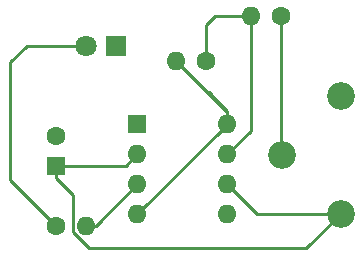
<source format=gbr>
G04 #@! TF.GenerationSoftware,KiCad,Pcbnew,5.1.4-e60b266~84~ubuntu16.04.1*
G04 #@! TF.CreationDate,2019-08-22T14:48:52+07:00*
G04 #@! TF.ProjectId,clock555,636c6f63-6b35-4353-952e-6b696361645f,rev?*
G04 #@! TF.SameCoordinates,Original*
G04 #@! TF.FileFunction,Copper,L1,Top*
G04 #@! TF.FilePolarity,Positive*
%FSLAX46Y46*%
G04 Gerber Fmt 4.6, Leading zero omitted, Abs format (unit mm)*
G04 Created by KiCad (PCBNEW 5.1.4-e60b266~84~ubuntu16.04.1) date 2019-08-22 14:48:52*
%MOMM*%
%LPD*%
G04 APERTURE LIST*
%ADD10O,1.600000X1.600000*%
%ADD11R,1.600000X1.600000*%
%ADD12C,2.340000*%
%ADD13C,1.600000*%
%ADD14C,1.800000*%
%ADD15R,1.800000X1.800000*%
%ADD16C,0.250000*%
G04 APERTURE END LIST*
D10*
X145873559Y-112283200D03*
X138253559Y-119903200D03*
X145873559Y-114823200D03*
X138253559Y-117363200D03*
X145873559Y-117363200D03*
X138253559Y-114823200D03*
X145873559Y-119903200D03*
D11*
X138253559Y-112283200D03*
D12*
X155473400Y-119862600D03*
X150473400Y-114862600D03*
X155473400Y-109862600D03*
D10*
X147878800Y-103073200D03*
D13*
X150418800Y-103073200D03*
D10*
X133908800Y-120853200D03*
D13*
X131368800Y-120853200D03*
D10*
X141528800Y-106883200D03*
D13*
X144068800Y-106883200D03*
D14*
X133908800Y-105613200D03*
D15*
X136448800Y-105613200D03*
D13*
X131368800Y-113273200D03*
D11*
X131368800Y-115773200D03*
D16*
X148372959Y-119862600D02*
X145873559Y-117363200D01*
X155473400Y-119862600D02*
X148372959Y-119862600D01*
X137303559Y-115773200D02*
X138253559Y-114823200D01*
X131368800Y-115773200D02*
X137303559Y-115773200D01*
X132783799Y-121393201D02*
X134174198Y-122783600D01*
X132783799Y-118238199D02*
X132783799Y-121393201D01*
X131368800Y-115773200D02*
X131368800Y-116823200D01*
X131368800Y-116823200D02*
X132783799Y-118238199D01*
X152552400Y-122783600D02*
X155473400Y-119862600D01*
X134174198Y-122783600D02*
X152552400Y-122783600D01*
X127482600Y-116967000D02*
X131368800Y-120853200D01*
X127482600Y-107010200D02*
X127482600Y-116967000D01*
X133908800Y-105613200D02*
X128879600Y-105613200D01*
X128879600Y-105613200D02*
X127482600Y-107010200D01*
X145821400Y-112335359D02*
X145873559Y-112283200D01*
X138253559Y-119903200D02*
X145821400Y-112335359D01*
X145873559Y-111151830D02*
X144297329Y-109575600D01*
X145873559Y-112283200D02*
X145873559Y-111151830D01*
X145873559Y-111227959D02*
X145873559Y-112283200D01*
X141528800Y-106883200D02*
X145873559Y-111227959D01*
X144068800Y-106883200D02*
X144068800Y-103835200D01*
X144830800Y-103073200D02*
X147878800Y-103073200D01*
X144068800Y-103835200D02*
X144830800Y-103073200D01*
X147878800Y-112817959D02*
X147878800Y-103073200D01*
X145873559Y-114823200D02*
X147878800Y-112817959D01*
X134763559Y-120853200D02*
X133908800Y-120853200D01*
X138253559Y-117363200D02*
X134763559Y-120853200D01*
X150418800Y-114808000D02*
X150473400Y-114862600D01*
X150418800Y-103073200D02*
X150418800Y-114808000D01*
M02*

</source>
